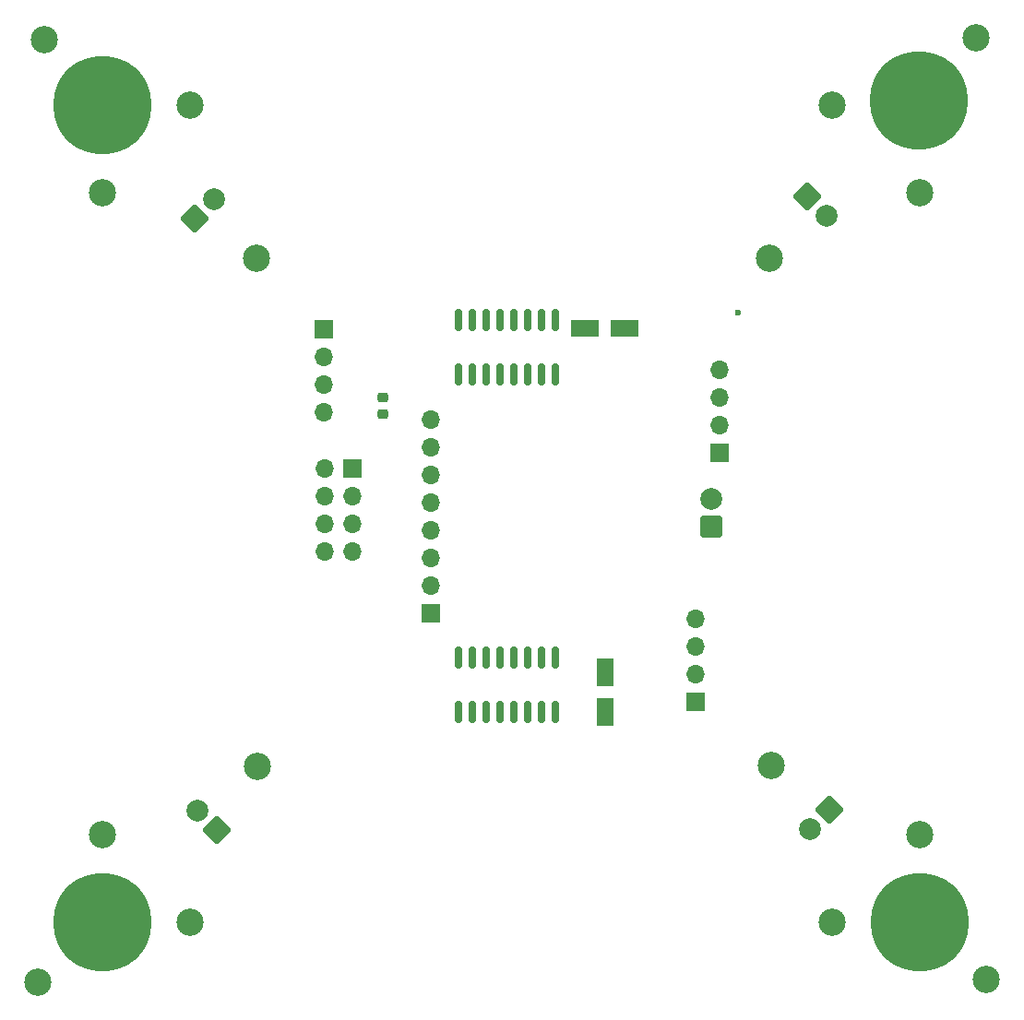
<source format=gbr>
%TF.GenerationSoftware,KiCad,Pcbnew,9.0.0*%
%TF.CreationDate,2025-07-07T00:26:13+07:00*%
%TF.ProjectId,MiniDrone_aDat,4d696e69-4472-46f6-9e65-5f614461742e,rev?*%
%TF.SameCoordinates,Original*%
%TF.FileFunction,Soldermask,Bot*%
%TF.FilePolarity,Negative*%
%FSLAX45Y45*%
G04 Gerber Fmt 4.5, Leading zero omitted, Abs format (unit mm)*
G04 Created by KiCad (PCBNEW 9.0.0) date 2025-07-07 00:26:13*
%MOMM*%
%LPD*%
G01*
G04 APERTURE LIST*
G04 Aperture macros list*
%AMRoundRect*
0 Rectangle with rounded corners*
0 $1 Rounding radius*
0 $2 $3 $4 $5 $6 $7 $8 $9 X,Y pos of 4 corners*
0 Add a 4 corners polygon primitive as box body*
4,1,4,$2,$3,$4,$5,$6,$7,$8,$9,$2,$3,0*
0 Add four circle primitives for the rounded corners*
1,1,$1+$1,$2,$3*
1,1,$1+$1,$4,$5*
1,1,$1+$1,$6,$7*
1,1,$1+$1,$8,$9*
0 Add four rect primitives between the rounded corners*
20,1,$1+$1,$2,$3,$4,$5,0*
20,1,$1+$1,$4,$5,$6,$7,0*
20,1,$1+$1,$6,$7,$8,$9,0*
20,1,$1+$1,$8,$9,$2,$3,0*%
G04 Aperture macros list end*
%ADD10C,2.500000*%
%ADD11C,9.000000*%
%ADD12R,1.700000X1.700000*%
%ADD13O,1.700000X1.700000*%
%ADD14RoundRect,0.250000X0.750000X-0.750000X0.750000X0.750000X-0.750000X0.750000X-0.750000X-0.750000X0*%
%ADD15C,2.000000*%
%ADD16RoundRect,0.250000X0.000000X1.060660X-1.060660X0.000000X0.000000X-1.060660X1.060660X0.000000X0*%
%ADD17RoundRect,0.225000X0.250000X-0.225000X0.250000X0.225000X-0.250000X0.225000X-0.250000X-0.225000X0*%
%ADD18RoundRect,0.250000X1.060660X0.000000X0.000000X1.060660X-1.060660X0.000000X0.000000X-1.060660X0*%
%ADD19RoundRect,0.150000X-0.150000X0.850000X-0.150000X-0.850000X0.150000X-0.850000X0.150000X0.850000X0*%
%ADD20RoundRect,0.250000X-0.550000X1.050000X-0.550000X-1.050000X0.550000X-1.050000X0.550000X1.050000X0*%
%ADD21RoundRect,0.250000X0.000000X-1.060660X1.060660X0.000000X0.000000X1.060660X-1.060660X0.000000X0*%
%ADD22RoundRect,0.250000X-1.060660X0.000000X0.000000X-1.060660X1.060660X0.000000X0.000000X1.060660X0*%
%ADD23RoundRect,0.150000X0.150000X-0.850000X0.150000X0.850000X-0.150000X0.850000X-0.150000X-0.850000X0*%
%ADD24RoundRect,0.250000X1.050000X0.550000X-1.050000X0.550000X-1.050000X-0.550000X1.050000X-0.550000X0*%
%ADD25C,0.600000*%
G04 APERTURE END LIST*
D10*
%TO.C,Scr11*%
X6515634Y-6894980D03*
%TD*%
D11*
%TO.C,Mt4*%
X14015634Y-13593382D03*
%TD*%
%TO.C,Mt3*%
X6515634Y-13593382D03*
%TD*%
D12*
%TO.C,J9*%
X8549750Y-8152500D03*
D13*
X8549750Y-8406500D03*
X8549750Y-8660500D03*
X8549750Y-8914500D03*
%TD*%
D10*
%TO.C,Scr5*%
X5978750Y-5496500D03*
%TD*%
%TO.C,Scr6*%
X14015634Y-6895226D03*
%TD*%
%TO.C,Scr7*%
X7317773Y-13593382D03*
%TD*%
D11*
%TO.C,Mt2*%
X6515634Y-6093383D03*
%TD*%
D10*
%TO.C,Scr15*%
X6515634Y-12791243D03*
%TD*%
%TO.C,Scr10*%
X14621750Y-14123500D03*
%TD*%
%TO.C,Scr9*%
X13213791Y-6093383D03*
%TD*%
D12*
%TO.C,J7*%
X11959750Y-11572500D03*
D13*
X11959750Y-11318500D03*
X11959750Y-11064500D03*
X11959750Y-10810500D03*
%TD*%
D10*
%TO.C,Scr16*%
X13214963Y-13593382D03*
%TD*%
%TO.C,Scr12*%
X5923750Y-14144500D03*
%TD*%
D11*
%TO.C,Mt1*%
X14004750Y-6052500D03*
%TD*%
D14*
%TO.C,J5*%
X12100500Y-9966000D03*
D15*
X12100500Y-9712000D03*
%TD*%
D10*
%TO.C,Scr14*%
X14528750Y-5476500D03*
%TD*%
%TO.C,Scr8*%
X7317231Y-6093383D03*
%TD*%
%TO.C,Scr13*%
X14015634Y-12792711D03*
%TD*%
D16*
%TO.C,J3*%
X13184299Y-12561737D03*
D15*
X13004694Y-12741342D03*
%TD*%
D17*
%TO.C,C3*%
X9089750Y-8933000D03*
X9089750Y-8778000D03*
%TD*%
D18*
%TO.C,J4*%
X7563513Y-12746049D03*
D15*
X7383908Y-12566444D03*
%TD*%
D10*
%TO.C,Scr2*%
X7931750Y-7502500D03*
%TD*%
D19*
%TO.C,U3*%
X9785250Y-11162500D03*
X9912250Y-11162500D03*
X10039250Y-11162500D03*
X10166250Y-11162500D03*
X10293250Y-11162500D03*
X10420250Y-11162500D03*
X10547250Y-11162500D03*
X10674250Y-11162500D03*
X10674250Y-11662500D03*
X10547250Y-11662500D03*
X10420250Y-11662500D03*
X10293250Y-11662500D03*
X10166250Y-11662500D03*
X10039250Y-11662500D03*
X9912250Y-11662500D03*
X9785250Y-11662500D03*
%TD*%
D12*
%TO.C,J10*%
X12179750Y-9288500D03*
D13*
X12179750Y-9034500D03*
X12179750Y-8780500D03*
X12179750Y-8526500D03*
%TD*%
D12*
%TO.C,J8*%
X8808250Y-9429500D03*
D13*
X8554250Y-9429500D03*
X8808250Y-9683500D03*
X8554250Y-9683500D03*
X8808250Y-9937500D03*
X8554250Y-9937500D03*
X8808250Y-10191500D03*
X8554250Y-10191500D03*
%TD*%
D20*
%TO.C,C15*%
X11129750Y-11302500D03*
X11129750Y-11662500D03*
%TD*%
D10*
%TO.C,Scr1*%
X12639750Y-7501500D03*
%TD*%
D21*
%TO.C,J2*%
X7358200Y-7133263D03*
D15*
X7537806Y-6953658D03*
%TD*%
D22*
%TO.C,J1*%
X12984987Y-6927950D03*
D15*
X13164592Y-7107556D03*
%TD*%
D10*
%TO.C,Scr3*%
X12655750Y-12158500D03*
%TD*%
%TO.C,Scr4*%
X7936750Y-12163500D03*
%TD*%
D12*
%TO.C,J6*%
X9529750Y-10762500D03*
D13*
X9529750Y-10508500D03*
X9529750Y-10254500D03*
X9529750Y-10000500D03*
X9529750Y-9746500D03*
X9529750Y-9492500D03*
X9529750Y-9238500D03*
X9529750Y-8984500D03*
%TD*%
D23*
%TO.C,U5*%
X10674250Y-8562500D03*
X10547250Y-8562500D03*
X10420250Y-8562500D03*
X10293250Y-8562500D03*
X10166250Y-8562500D03*
X10039250Y-8562500D03*
X9912250Y-8562500D03*
X9785250Y-8562500D03*
X9785250Y-8062500D03*
X9912250Y-8062500D03*
X10039250Y-8062500D03*
X10166250Y-8062500D03*
X10293250Y-8062500D03*
X10420250Y-8062500D03*
X10547250Y-8062500D03*
X10674250Y-8062500D03*
%TD*%
D24*
%TO.C,C13*%
X11306750Y-8143500D03*
X10946750Y-8143500D03*
%TD*%
D25*
X12347750Y-7999500D03*
M02*

</source>
